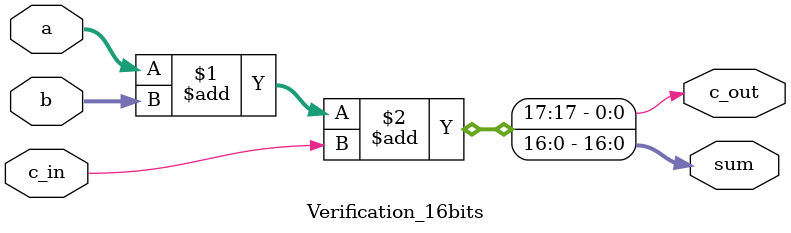
<source format=v>
`timescale 1ns / 1ps


module Verification_16bits(
input [15:0] a,
input [15:0] b,
input c_in,
output c_out,
output [16:0] sum
);

assign {c_out, sum} = a + b + c_in;

    
endmodule

</source>
